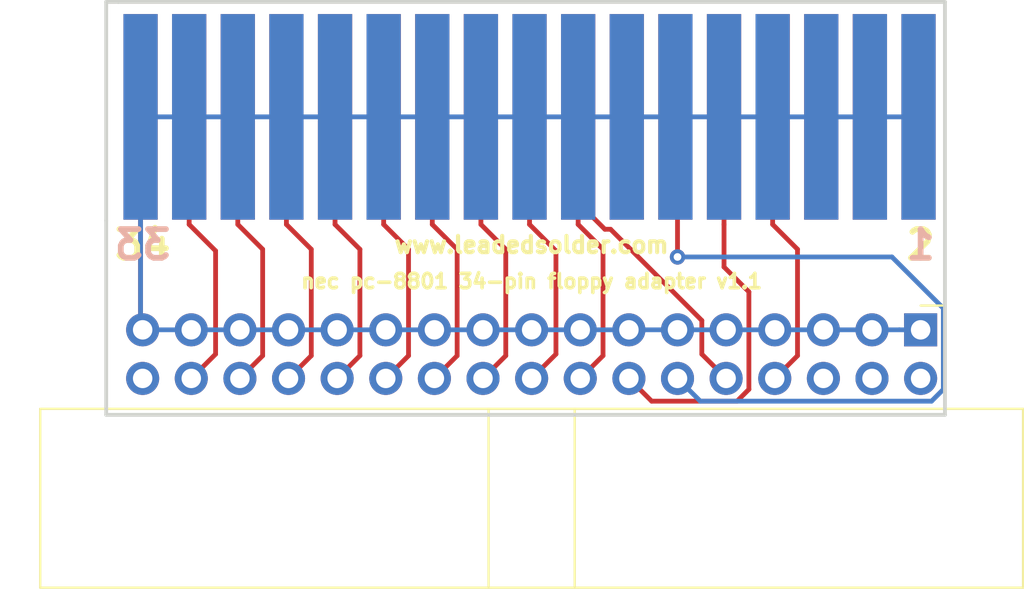
<source format=kicad_pcb>
(kicad_pcb (version 20171130) (host pcbnew "(5.0.0-3-g5ebb6b6)")

  (general
    (thickness 1.6)
    (drawings 12)
    (tracks 70)
    (zones 0)
    (modules 2)
    (nets 22)
  )

  (page A4)
  (layers
    (0 F.Cu signal)
    (31 B.Cu signal)
    (32 B.Adhes user)
    (33 F.Adhes user)
    (34 B.Paste user)
    (35 F.Paste user)
    (36 B.SilkS user)
    (37 F.SilkS user)
    (38 B.Mask user)
    (39 F.Mask user)
    (40 Dwgs.User user)
    (41 Cmts.User user)
    (42 Eco1.User user)
    (43 Eco2.User user)
    (44 Edge.Cuts user)
    (45 Margin user)
    (46 B.CrtYd user)
    (47 F.CrtYd user)
    (48 B.Fab user)
    (49 F.Fab user)
  )

  (setup
    (last_trace_width 0.25)
    (trace_clearance 0.2)
    (zone_clearance 0.508)
    (zone_45_only no)
    (trace_min 0.2)
    (segment_width 0.2)
    (edge_width 0.15)
    (via_size 0.8)
    (via_drill 0.4)
    (via_min_size 0.4)
    (via_min_drill 0.3)
    (uvia_size 0.3)
    (uvia_drill 0.1)
    (uvias_allowed no)
    (uvia_min_size 0.2)
    (uvia_min_drill 0.1)
    (pcb_text_width 0.3)
    (pcb_text_size 1.5 1.5)
    (mod_edge_width 0.15)
    (mod_text_size 1 1)
    (mod_text_width 0.15)
    (pad_size 1.79 10.75)
    (pad_drill 0)
    (pad_to_mask_clearance 0.2)
    (aux_axis_origin 0 0)
    (visible_elements FFFFFF7F)
    (pcbplotparams
      (layerselection 0x010fc_ffffffff)
      (usegerberextensions false)
      (usegerberattributes false)
      (usegerberadvancedattributes false)
      (creategerberjobfile false)
      (excludeedgelayer true)
      (linewidth 0.100000)
      (plotframeref false)
      (viasonmask false)
      (mode 1)
      (useauxorigin false)
      (hpglpennumber 1)
      (hpglpenspeed 20)
      (hpglpendiameter 15.000000)
      (psnegative false)
      (psa4output false)
      (plotreference true)
      (plotvalue true)
      (plotinvisibletext false)
      (padsonsilk false)
      (subtractmaskfromsilk false)
      (outputformat 1)
      (mirror false)
      (drillshape 1)
      (scaleselection 1)
      (outputdirectory ""))
  )

  (net 0 "")
  (net 1 "Net-(N1-Pad2)")
  (net 2 "Net-(N1-Pad4)")
  (net 3 "Net-(N1-Pad6)")
  (net 4 "Net-(G1-Pad8)")
  (net 5 "Net-(G1-Pad14)")
  (net 6 "Net-(G1-Pad12)")
  (net 7 "Net-(N1-Pad14)")
  (net 8 "Net-(G1-Pad10)")
  (net 9 "Net-(G1-Pad18)")
  (net 10 "Net-(G1-Pad20)")
  (net 11 "Net-(G1-Pad22)")
  (net 12 "Net-(G1-Pad24)")
  (net 13 "Net-(G1-Pad26)")
  (net 14 "Net-(G1-Pad28)")
  (net 15 "Net-(G1-Pad30)")
  (net 16 "Net-(G1-Pad32)")
  (net 17 GND)
  (net 18 "Net-(G1-Pad2)")
  (net 19 "Net-(G1-Pad4)")
  (net 20 "Net-(G1-Pad6)")
  (net 21 "Net-(G1-Pad34)")

  (net_class Default "This is the default net class."
    (clearance 0.2)
    (trace_width 0.25)
    (via_dia 0.8)
    (via_drill 0.4)
    (uvia_dia 0.3)
    (uvia_drill 0.1)
    (add_net GND)
    (add_net "Net-(G1-Pad10)")
    (add_net "Net-(G1-Pad12)")
    (add_net "Net-(G1-Pad14)")
    (add_net "Net-(G1-Pad18)")
    (add_net "Net-(G1-Pad2)")
    (add_net "Net-(G1-Pad20)")
    (add_net "Net-(G1-Pad22)")
    (add_net "Net-(G1-Pad24)")
    (add_net "Net-(G1-Pad26)")
    (add_net "Net-(G1-Pad28)")
    (add_net "Net-(G1-Pad30)")
    (add_net "Net-(G1-Pad32)")
    (add_net "Net-(G1-Pad34)")
    (add_net "Net-(G1-Pad4)")
    (add_net "Net-(G1-Pad6)")
    (add_net "Net-(G1-Pad8)")
    (add_net "Net-(N1-Pad14)")
    (add_net "Net-(N1-Pad2)")
    (add_net "Net-(N1-Pad4)")
    (add_net "Net-(N1-Pad6)")
  )

  (module Connector_IDC:IDC-Header_2x17_P2.54mm_Horizontal (layer F.Cu) (tedit 5B875C62) (tstamp 5B87A618)
    (at 198.12 95.25 270)
    (descr "Through hole angled IDC box header, 2x17, 2.54mm pitch, double rows")
    (tags "Through hole IDC box header THT 2x17 2.54mm double row")
    (path /5B735D10)
    (fp_text reference G1 (at 6.105 -6.35 270) (layer F.SilkS) hide
      (effects (font (size 1 1) (thickness 0.15)))
    )
    (fp_text value GOTEK (at 6.105 47.244 270) (layer F.Fab)
      (effects (font (size 1 1) (thickness 0.15)))
    )
    (fp_text user %R (at 8.805 20.32) (layer F.Fab)
      (effects (font (size 1 1) (thickness 0.15)))
    )
    (fp_line (start -0.32 -0.32) (end -0.32 0.32) (layer F.Fab) (width 0.1))
    (fp_line (start -0.32 0.32) (end 4.38 0.32) (layer F.Fab) (width 0.1))
    (fp_line (start -0.32 10.48) (end 4.38 10.48) (layer F.Fab) (width 0.1))
    (fp_line (start -0.32 12.38) (end -0.32 13.02) (layer F.Fab) (width 0.1))
    (fp_line (start -0.32 13.02) (end 4.38 13.02) (layer F.Fab) (width 0.1))
    (fp_line (start -0.32 14.92) (end -0.32 15.56) (layer F.Fab) (width 0.1))
    (fp_line (start -0.32 15.56) (end 4.38 15.56) (layer F.Fab) (width 0.1))
    (fp_line (start -0.32 17.46) (end -0.32 18.1) (layer F.Fab) (width 0.1))
    (fp_line (start -0.32 18.1) (end 4.38 18.1) (layer F.Fab) (width 0.1))
    (fp_line (start -0.32 2.22) (end -0.32 2.86) (layer F.Fab) (width 0.1))
    (fp_line (start -0.32 2.86) (end 4.38 2.86) (layer F.Fab) (width 0.1))
    (fp_line (start -0.32 20) (end -0.32 20.64) (layer F.Fab) (width 0.1))
    (fp_line (start -0.32 20.64) (end 4.38 20.64) (layer F.Fab) (width 0.1))
    (fp_line (start -0.32 22.54) (end -0.32 23.18) (layer F.Fab) (width 0.1))
    (fp_line (start -0.32 23.18) (end 4.38 23.18) (layer F.Fab) (width 0.1))
    (fp_line (start -0.32 25.08) (end -0.32 25.72) (layer F.Fab) (width 0.1))
    (fp_line (start -0.32 25.72) (end 4.38 25.72) (layer F.Fab) (width 0.1))
    (fp_line (start -0.32 27.62) (end -0.32 28.26) (layer F.Fab) (width 0.1))
    (fp_line (start -0.32 28.26) (end 4.38 28.26) (layer F.Fab) (width 0.1))
    (fp_line (start -0.32 30.16) (end -0.32 30.8) (layer F.Fab) (width 0.1))
    (fp_line (start -0.32 30.8) (end 4.38 30.8) (layer F.Fab) (width 0.1))
    (fp_line (start -0.32 32.7) (end -0.32 33.34) (layer F.Fab) (width 0.1))
    (fp_line (start -0.32 33.34) (end 4.38 33.34) (layer F.Fab) (width 0.1))
    (fp_line (start -0.32 35.24) (end -0.32 35.88) (layer F.Fab) (width 0.1))
    (fp_line (start -0.32 35.88) (end 4.38 35.88) (layer F.Fab) (width 0.1))
    (fp_line (start -0.32 37.78) (end -0.32 38.42) (layer F.Fab) (width 0.1))
    (fp_line (start -0.32 38.42) (end 4.38 38.42) (layer F.Fab) (width 0.1))
    (fp_line (start -0.32 4.76) (end -0.32 5.4) (layer F.Fab) (width 0.1))
    (fp_line (start -0.32 40.32) (end -0.32 40.96) (layer F.Fab) (width 0.1))
    (fp_line (start -0.32 40.96) (end 4.38 40.96) (layer F.Fab) (width 0.1))
    (fp_line (start -0.32 5.4) (end 4.38 5.4) (layer F.Fab) (width 0.1))
    (fp_line (start -0.32 7.3) (end -0.32 7.94) (layer F.Fab) (width 0.1))
    (fp_line (start -0.32 7.94) (end 4.38 7.94) (layer F.Fab) (width 0.1))
    (fp_line (start -0.32 9.84) (end -0.32 10.48) (layer F.Fab) (width 0.1))
    (fp_line (start 13.23 45.74) (end 13.23 -5.1) (layer F.Fab) (width 0.1))
    (fp_line (start 4.38 -0.32) (end -0.32 -0.32) (layer F.Fab) (width 0.1))
    (fp_line (start 4.38 -4.1) (end 5.38 -5.1) (layer F.Fab) (width 0.1))
    (fp_line (start 4.38 12.38) (end -0.32 12.38) (layer F.Fab) (width 0.1))
    (fp_line (start 4.38 14.92) (end -0.32 14.92) (layer F.Fab) (width 0.1))
    (fp_line (start 4.38 17.46) (end -0.32 17.46) (layer F.Fab) (width 0.1))
    (fp_line (start 4.38 18.07) (end 13.23 18.07) (layer F.Fab) (width 0.1))
    (fp_line (start 4.38 2.22) (end -0.32 2.22) (layer F.Fab) (width 0.1))
    (fp_line (start 4.38 20) (end -0.32 20) (layer F.Fab) (width 0.1))
    (fp_line (start 4.38 22.54) (end -0.32 22.54) (layer F.Fab) (width 0.1))
    (fp_line (start 4.38 22.57) (end 13.23 22.57) (layer F.Fab) (width 0.1))
    (fp_line (start 4.38 25.08) (end -0.32 25.08) (layer F.Fab) (width 0.1))
    (fp_line (start 4.38 27.62) (end -0.32 27.62) (layer F.Fab) (width 0.1))
    (fp_line (start 4.38 30.16) (end -0.32 30.16) (layer F.Fab) (width 0.1))
    (fp_line (start 4.38 32.7) (end -0.32 32.7) (layer F.Fab) (width 0.1))
    (fp_line (start 4.38 35.24) (end -0.32 35.24) (layer F.Fab) (width 0.1))
    (fp_line (start 4.38 37.78) (end -0.32 37.78) (layer F.Fab) (width 0.1))
    (fp_line (start 4.38 4.76) (end -0.32 4.76) (layer F.Fab) (width 0.1))
    (fp_line (start 4.38 40.32) (end -0.32 40.32) (layer F.Fab) (width 0.1))
    (fp_line (start 4.38 45.74) (end 13.23 45.74) (layer F.Fab) (width 0.1))
    (fp_line (start 4.38 45.74) (end 4.38 -4.1) (layer F.Fab) (width 0.1))
    (fp_line (start 4.38 7.3) (end -0.32 7.3) (layer F.Fab) (width 0.1))
    (fp_line (start 4.38 9.84) (end -0.32 9.84) (layer F.Fab) (width 0.1))
    (fp_line (start 5.38 -5.1) (end 13.23 -5.1) (layer F.Fab) (width 0.1))
    (fp_line (start -1.27 -1.27) (end -1.27 0) (layer F.SilkS) (width 0.12))
    (fp_line (start 0 -1.27) (end -1.27 -1.27) (layer F.SilkS) (width 0.12))
    (fp_line (start 13.48 -5.35) (end 13.48 45.99) (layer F.SilkS) (width 0.12))
    (fp_line (start 4.13 -5.35) (end 13.48 -5.35) (layer F.SilkS) (width 0.12))
    (fp_line (start 4.13 18.07) (end 13.48 18.07) (layer F.SilkS) (width 0.12))
    (fp_line (start 4.13 22.57) (end 13.48 22.57) (layer F.SilkS) (width 0.12))
    (fp_line (start 4.13 45.99) (end 13.48 45.99) (layer F.SilkS) (width 0.12))
    (fp_line (start 4.13 45.99) (end 4.13 -5.35) (layer F.SilkS) (width 0.12))
    (fp_line (start -1.12 -5.35) (end 13.48 -5.35) (layer F.CrtYd) (width 0.05))
    (fp_line (start -1.12 45.99) (end -1.12 -5.35) (layer F.CrtYd) (width 0.05))
    (fp_line (start 13.48 -5.35) (end 13.48 45.99) (layer F.CrtYd) (width 0.05))
    (fp_line (start 13.48 45.99) (end -1.12 45.99) (layer F.CrtYd) (width 0.05))
    (pad 1 thru_hole rect (at 0 0 270) (size 1.7272 1.7272) (drill 1.016) (layers *.Cu *.Mask)
      (net 17 GND))
    (pad 2 thru_hole oval (at 2.54 0 270) (size 1.7272 1.7272) (drill 1.016) (layers *.Cu *.Mask)
      (net 18 "Net-(G1-Pad2)"))
    (pad 3 thru_hole oval (at 0 2.54 270) (size 1.7272 1.7272) (drill 1.016) (layers *.Cu *.Mask)
      (net 17 GND))
    (pad 4 thru_hole oval (at 2.54 2.54 270) (size 1.7272 1.7272) (drill 1.016) (layers *.Cu *.Mask)
      (net 19 "Net-(G1-Pad4)"))
    (pad 5 thru_hole oval (at 0 5.08 270) (size 1.7272 1.7272) (drill 1.016) (layers *.Cu *.Mask)
      (net 17 GND))
    (pad 6 thru_hole oval (at 2.54 5.08 270) (size 1.7272 1.7272) (drill 1.016) (layers *.Cu *.Mask)
      (net 20 "Net-(G1-Pad6)"))
    (pad 7 thru_hole oval (at 0 7.62 270) (size 1.7272 1.7272) (drill 1.016) (layers *.Cu *.Mask)
      (net 17 GND))
    (pad 8 thru_hole oval (at 2.54 7.62 270) (size 1.7272 1.7272) (drill 1.016) (layers *.Cu *.Mask)
      (net 4 "Net-(G1-Pad8)"))
    (pad 9 thru_hole oval (at 0 10.16 270) (size 1.7272 1.7272) (drill 1.016) (layers *.Cu *.Mask)
      (net 17 GND))
    (pad 10 thru_hole oval (at 2.54 10.16 270) (size 1.7272 1.7272) (drill 1.016) (layers *.Cu *.Mask)
      (net 8 "Net-(G1-Pad10)"))
    (pad 11 thru_hole oval (at 0 12.7 270) (size 1.7272 1.7272) (drill 1.016) (layers *.Cu *.Mask)
      (net 17 GND))
    (pad 12 thru_hole oval (at 2.54 12.7 270) (size 1.7272 1.7272) (drill 1.016) (layers *.Cu *.Mask)
      (net 6 "Net-(G1-Pad12)"))
    (pad 13 thru_hole oval (at 0 15.24 270) (size 1.7272 1.7272) (drill 1.016) (layers *.Cu *.Mask)
      (net 17 GND))
    (pad 14 thru_hole oval (at 2.54 15.24 270) (size 1.7272 1.7272) (drill 1.016) (layers *.Cu *.Mask)
      (net 5 "Net-(G1-Pad14)"))
    (pad 15 thru_hole oval (at 0 17.78 270) (size 1.7272 1.7272) (drill 1.016) (layers *.Cu *.Mask)
      (net 17 GND))
    (pad 16 thru_hole oval (at 2.54 17.78 270) (size 1.7272 1.7272) (drill 1.016) (layers *.Cu *.Mask)
      (net 8 "Net-(G1-Pad10)"))
    (pad 17 thru_hole oval (at 0 20.32 270) (size 1.7272 1.7272) (drill 1.016) (layers *.Cu *.Mask)
      (net 17 GND))
    (pad 18 thru_hole oval (at 2.54 20.32 270) (size 1.7272 1.7272) (drill 1.016) (layers *.Cu *.Mask)
      (net 9 "Net-(G1-Pad18)"))
    (pad 19 thru_hole oval (at 0 22.86 270) (size 1.7272 1.7272) (drill 1.016) (layers *.Cu *.Mask)
      (net 17 GND))
    (pad 20 thru_hole oval (at 2.54 22.86 270) (size 1.7272 1.7272) (drill 1.016) (layers *.Cu *.Mask)
      (net 10 "Net-(G1-Pad20)"))
    (pad 21 thru_hole oval (at 0 25.4 270) (size 1.7272 1.7272) (drill 1.016) (layers *.Cu *.Mask)
      (net 17 GND))
    (pad 22 thru_hole oval (at 2.54 25.4 270) (size 1.7272 1.7272) (drill 1.016) (layers *.Cu *.Mask)
      (net 11 "Net-(G1-Pad22)"))
    (pad 23 thru_hole oval (at 0 27.94 270) (size 1.7272 1.7272) (drill 1.016) (layers *.Cu *.Mask)
      (net 17 GND))
    (pad 24 thru_hole oval (at 2.54 27.94 270) (size 1.7272 1.7272) (drill 1.016) (layers *.Cu *.Mask)
      (net 12 "Net-(G1-Pad24)"))
    (pad 25 thru_hole oval (at 0 30.48 270) (size 1.7272 1.7272) (drill 1.016) (layers *.Cu *.Mask)
      (net 17 GND))
    (pad 26 thru_hole oval (at 2.54 30.48 270) (size 1.7272 1.7272) (drill 1.016) (layers *.Cu *.Mask)
      (net 13 "Net-(G1-Pad26)"))
    (pad 27 thru_hole oval (at 0 33.02 270) (size 1.7272 1.7272) (drill 1.016) (layers *.Cu *.Mask)
      (net 17 GND))
    (pad 28 thru_hole oval (at 2.54 33.02 270) (size 1.7272 1.7272) (drill 1.016) (layers *.Cu *.Mask)
      (net 14 "Net-(G1-Pad28)"))
    (pad 29 thru_hole oval (at 0 35.56 270) (size 1.7272 1.7272) (drill 1.016) (layers *.Cu *.Mask)
      (net 17 GND))
    (pad 30 thru_hole oval (at 2.54 35.56 270) (size 1.7272 1.7272) (drill 1.016) (layers *.Cu *.Mask)
      (net 15 "Net-(G1-Pad30)"))
    (pad 31 thru_hole oval (at 0 38.1 270) (size 1.7272 1.7272) (drill 1.016) (layers *.Cu *.Mask)
      (net 17 GND))
    (pad 32 thru_hole oval (at 2.54 38.1 270) (size 1.7272 1.7272) (drill 1.016) (layers *.Cu *.Mask)
      (net 16 "Net-(G1-Pad32)"))
    (pad 33 thru_hole oval (at 0 40.64 270) (size 1.7272 1.7272) (drill 1.016) (layers *.Cu *.Mask)
      (net 17 GND))
    (pad 34 thru_hole oval (at 2.54 40.64 270) (size 1.7272 1.7272) (drill 1.016) (layers *.Cu *.Mask)
      (net 21 "Net-(G1-Pad34)"))
    (model ${KISYS3DMOD}/Connector_IDC.3dshapes/IDC-Header_2x17_P2.54mm_Horizontal.wrl
      (at (xyz 0 0 0))
      (scale (xyz 1 1 1))
      (rotate (xyz 0 0 0))
    )
  )

  (module FloppyBits:525_male_edge (layer F.Cu) (tedit 5B875C5E) (tstamp 5B87A5AB)
    (at 177.69 86.655)
    (tags floppy)
    (path /5B735DBD)
    (attr smd)
    (fp_text reference N1 (at 0 6.5) (layer F.SilkS) hide
      (effects (font (size 1 1) (thickness 0.15)))
    )
    (fp_text value "5.25 Floppy Edge Connector" (at 0 5.5) (layer F.Fab)
      (effects (font (size 1 1) (thickness 0.15)))
    )
    (pad 2 smd rect (at 20.32 -2.54) (size 1.79 10.75) (layers F.Cu F.Paste F.Mask)
      (net 1 "Net-(N1-Pad2)") (clearance 0.375))
    (pad 4 smd rect (at 17.78 -2.54) (size 1.79 10.75) (layers F.Cu F.Paste F.Mask)
      (net 2 "Net-(N1-Pad4)") (clearance 0.375))
    (pad 6 smd rect (at 15.24 -2.54) (size 1.79 10.75) (layers F.Cu F.Paste F.Mask)
      (net 3 "Net-(N1-Pad6)") (clearance 0.375))
    (pad 8 smd rect (at 12.7 -2.54) (size 1.79 10.75) (layers F.Cu F.Paste F.Mask)
      (net 4 "Net-(G1-Pad8)") (clearance 0.375))
    (pad 10 smd rect (at 10.16 -2.54) (size 1.79 10.75) (layers F.Cu F.Paste F.Mask)
      (net 5 "Net-(G1-Pad14)") (clearance 0.375))
    (pad 12 smd rect (at 7.62 -2.54) (size 1.79 10.75) (layers F.Cu F.Paste F.Mask)
      (net 6 "Net-(G1-Pad12)") (clearance 0.375))
    (pad 14 smd rect (at 5.08 -2.54) (size 1.79 10.75) (layers F.Cu F.Paste F.Mask)
      (net 7 "Net-(N1-Pad14)") (clearance 0.375))
    (pad 16 smd rect (at 2.54 -2.54) (size 1.79 10.75) (layers F.Cu F.Paste F.Mask)
      (net 8 "Net-(G1-Pad10)") (clearance 0.375))
    (pad 18 smd rect (at 0 -2.54) (size 1.79 10.75) (layers F.Cu F.Paste F.Mask)
      (net 9 "Net-(G1-Pad18)") (clearance 0.375))
    (pad 20 smd rect (at -2.54 -2.54) (size 1.79 10.75) (layers F.Cu F.Paste F.Mask)
      (net 10 "Net-(G1-Pad20)") (clearance 0.375))
    (pad 22 smd rect (at -5.08 -2.54) (size 1.79 10.75) (layers F.Cu F.Paste F.Mask)
      (net 11 "Net-(G1-Pad22)") (clearance 0.375))
    (pad 24 smd rect (at -7.62 -2.54) (size 1.79 10.75) (layers F.Cu F.Paste F.Mask)
      (net 12 "Net-(G1-Pad24)") (clearance 0.375))
    (pad 26 smd rect (at -10.16 -2.54) (size 1.79 10.75) (layers F.Cu F.Paste F.Mask)
      (net 13 "Net-(G1-Pad26)") (clearance 0.375))
    (pad 28 smd rect (at -12.7 -2.54) (size 1.79 10.75) (layers F.Cu F.Paste F.Mask)
      (net 14 "Net-(G1-Pad28)") (clearance 0.375))
    (pad 30 smd rect (at -15.24 -2.54) (size 1.79 10.75) (layers F.Cu F.Paste F.Mask)
      (net 15 "Net-(G1-Pad30)") (clearance 0.375))
    (pad 32 smd rect (at -17.78 -2.54) (size 1.79 10.75) (layers F.Cu F.Paste F.Mask)
      (net 16 "Net-(G1-Pad32)") (clearance 0.375))
    (pad 34 smd rect (at -20.32 -2.54) (size 1.79 10.75) (layers F.Cu F.Paste F.Mask)
      (net 17 GND) (clearance 0.375))
    (pad 1 smd rect (at 20.32 -2.54) (size 1.79 10.75) (layers B.Cu B.Paste B.Mask)
      (net 17 GND) (clearance 0.375))
    (pad 3 smd rect (at 17.78 -2.54) (size 1.79 10.75) (layers B.Cu B.Paste B.Mask)
      (net 17 GND) (clearance 0.375))
    (pad 5 smd rect (at 15.24 -2.54) (size 1.79 10.75) (layers B.Cu B.Paste B.Mask)
      (net 17 GND) (clearance 0.375))
    (pad 7 smd rect (at 12.7 -2.54) (size 1.79 10.75) (layers B.Cu B.Paste B.Mask)
      (net 17 GND) (clearance 0.375))
    (pad 9 smd rect (at 10.16 -2.54) (size 1.79 10.75) (layers B.Cu B.Paste B.Mask)
      (net 17 GND) (clearance 0.375))
    (pad 11 smd rect (at 7.62 -2.54) (size 1.79 10.75) (layers B.Cu B.Paste B.Mask)
      (net 17 GND) (clearance 0.375))
    (pad 13 smd rect (at 5.08 -2.54) (size 1.79 10.75) (layers B.Cu B.Paste B.Mask)
      (net 17 GND) (clearance 0.375))
    (pad 15 smd rect (at 2.54 -2.54) (size 1.79 10.75) (layers B.Cu B.Paste B.Mask)
      (net 17 GND) (clearance 0.375))
    (pad 17 smd rect (at 0 -2.54) (size 1.79 10.75) (layers B.Cu B.Paste B.Mask)
      (net 17 GND) (clearance 0.375))
    (pad 19 smd rect (at -2.54 -2.54) (size 1.79 10.75) (layers B.Cu B.Paste B.Mask)
      (net 17 GND) (clearance 0.375))
    (pad 21 smd rect (at -5.08 -2.54) (size 1.79 10.75) (layers B.Cu B.Paste B.Mask)
      (net 17 GND) (clearance 0.375))
    (pad 23 smd rect (at -7.62 -2.54) (size 1.79 10.75) (layers B.Cu B.Paste B.Mask)
      (net 17 GND) (clearance 0.375))
    (pad 25 smd rect (at -10.16 -2.54) (size 1.79 10.75) (layers B.Cu B.Paste B.Mask)
      (net 17 GND) (clearance 0.375))
    (pad 27 smd rect (at -12.7 -2.54) (size 1.79 10.75) (layers B.Cu B.Paste B.Mask)
      (net 17 GND) (clearance 0.375))
    (pad 29 smd rect (at -15.24 -2.54) (size 1.79 10.75) (layers B.Cu B.Paste B.Mask)
      (net 17 GND) (clearance 0.375))
    (pad 31 smd rect (at -17.78 -2.54) (size 1.79 10.75) (layers B.Cu B.Paste B.Mask)
      (net 17 GND) (clearance 0.375))
    (pad 33 smd rect (at -20.32 -2.54) (size 1.79 10.75) (layers B.Cu B.Paste B.Mask)
      (net 17 GND) (clearance 0.375))
  )

  (gr_text 33 (at 157.48 90.805) (layer B.SilkS)
    (effects (font (size 1.5 1.5) (thickness 0.3)) (justify mirror))
  )
  (gr_text 1 (at 198.12 90.805) (layer B.SilkS)
    (effects (font (size 1.5 1.5) (thickness 0.3)) (justify mirror))
  )
  (gr_text 34 (at 157.48 90.805) (layer F.SilkS)
    (effects (font (size 1.5 1.5) (thickness 0.3)))
  )
  (gr_text 2 (at 198.12 90.805) (layer F.SilkS)
    (effects (font (size 1.5 1.5) (thickness 0.3)))
  )
  (gr_text www.leadedsolder.com (at 177.8 90.805) (layer F.SilkS)
    (effects (font (size 0.85 0.85) (thickness 0.2125)))
  )
  (gr_text "nec pc-8801 34-pin floppy adapter v1.1" (at 177.8 92.71) (layer F.SilkS)
    (effects (font (size 0.75 0.75) (thickness 0.1875)))
  )
  (gr_line (start 199.39 99.695) (end 199.39 78.105) (layer Edge.Cuts) (width 0.2))
  (gr_line (start 155.575 99.695) (end 199.39 99.695) (layer Edge.Cuts) (width 0.2))
  (gr_line (start 155.575 89.535) (end 155.575 99.695) (layer Edge.Cuts) (width 0.2))
  (gr_line (start 155.575 78.105) (end 155.575 89.535) (layer Edge.Cuts) (width 0.2))
  (gr_line (start 156.21 78.105) (end 155.575 78.105) (layer Edge.Cuts) (width 0.2))
  (gr_line (start 199.39 78.105) (end 156.21 78.105) (layer Edge.Cuts) (width 0.2))

  (segment (start 190.39 89.74) (end 190.39 84.115) (width 0.25) (layer F.Cu) (net 4))
  (segment (start 191.688601 91.038601) (end 190.39 89.74) (width 0.25) (layer F.Cu) (net 4))
  (segment (start 191.688601 96.601399) (end 191.688601 91.038601) (width 0.25) (layer F.Cu) (net 4))
  (segment (start 190.5 97.79) (end 191.688601 96.601399) (width 0.25) (layer F.Cu) (net 4))
  (segment (start 187.85 89.74) (end 187.85 84.115) (width 0.25) (layer F.Cu) (net 5))
  (segment (start 187.85 91.965) (end 187.85 89.74) (width 0.25) (layer F.Cu) (net 5))
  (segment (start 189.148601 93.263601) (end 187.85 91.965) (width 0.25) (layer F.Cu) (net 5))
  (segment (start 189.148601 98.360529) (end 189.148601 93.263601) (width 0.25) (layer F.Cu) (net 5))
  (segment (start 188.530529 98.978601) (end 189.148601 98.360529) (width 0.25) (layer F.Cu) (net 5))
  (segment (start 184.068601 98.978601) (end 188.530529 98.978601) (width 0.25) (layer F.Cu) (net 5))
  (segment (start 182.88 97.79) (end 184.068601 98.978601) (width 0.25) (layer F.Cu) (net 5))
  (segment (start 198.690529 98.978601) (end 199.308601 98.360529) (width 0.25) (layer B.Cu) (net 6))
  (segment (start 199.308601 94.126399) (end 196.622202 91.44) (width 0.25) (layer B.Cu) (net 6))
  (segment (start 199.308601 98.360529) (end 199.308601 94.126399) (width 0.25) (layer B.Cu) (net 6))
  (segment (start 186.608601 98.978601) (end 198.690529 98.978601) (width 0.25) (layer B.Cu) (net 6))
  (segment (start 185.42 97.79) (end 186.608601 98.978601) (width 0.25) (layer B.Cu) (net 6))
  (segment (start 196.622202 91.44) (end 185.42 91.44) (width 0.25) (layer B.Cu) (net 6))
  (segment (start 185.42 91.44) (end 185.42 91.44) (width 0.25) (layer B.Cu) (net 6) (tstamp 5B87AA18))
  (via (at 185.42 91.44) (size 0.8) (drill 0.4) (layers F.Cu B.Cu) (net 6))
  (segment (start 185.42 84.225) (end 185.31 84.115) (width 0.25) (layer F.Cu) (net 6))
  (segment (start 185.42 91.44) (end 185.42 84.225) (width 0.25) (layer F.Cu) (net 6))
  (segment (start 181.625001 89.990001) (end 180.23 88.595) (width 0.25) (layer F.Cu) (net 8))
  (segment (start 186.69 94.76087) (end 181.919131 89.990001) (width 0.25) (layer F.Cu) (net 8))
  (segment (start 180.23 88.595) (end 180.23 84.115) (width 0.25) (layer F.Cu) (net 8))
  (segment (start 186.69 96.52) (end 186.69 94.76087) (width 0.25) (layer F.Cu) (net 8))
  (segment (start 181.919131 89.990001) (end 181.625001 89.990001) (width 0.25) (layer F.Cu) (net 8))
  (segment (start 187.96 97.79) (end 186.69 96.52) (width 0.25) (layer F.Cu) (net 8))
  (segment (start 181.528601 91.038601) (end 180.23 89.74) (width 0.25) (layer F.Cu) (net 8))
  (segment (start 180.23 89.74) (end 180.23 84.115) (width 0.25) (layer F.Cu) (net 8))
  (segment (start 181.528601 96.601399) (end 181.528601 91.038601) (width 0.25) (layer F.Cu) (net 8))
  (segment (start 180.34 97.79) (end 181.528601 96.601399) (width 0.25) (layer F.Cu) (net 8))
  (segment (start 179.07 91.12) (end 177.69 89.74) (width 0.25) (layer F.Cu) (net 9))
  (segment (start 177.69 89.74) (end 177.69 84.115) (width 0.25) (layer F.Cu) (net 9))
  (segment (start 179.07 96.52) (end 179.07 91.12) (width 0.25) (layer F.Cu) (net 9))
  (segment (start 177.8 97.79) (end 179.07 96.52) (width 0.25) (layer F.Cu) (net 9))
  (segment (start 176.448601 91.038601) (end 175.15 89.74) (width 0.25) (layer F.Cu) (net 10))
  (segment (start 175.15 89.74) (end 175.15 84.115) (width 0.25) (layer F.Cu) (net 10))
  (segment (start 176.448601 96.601399) (end 176.448601 91.038601) (width 0.25) (layer F.Cu) (net 10))
  (segment (start 175.26 97.79) (end 176.448601 96.601399) (width 0.25) (layer F.Cu) (net 10))
  (segment (start 172.61 89.74) (end 172.61 84.115) (width 0.25) (layer F.Cu) (net 11))
  (segment (start 173.908601 91.038601) (end 172.61 89.74) (width 0.25) (layer F.Cu) (net 11))
  (segment (start 173.908601 96.601399) (end 173.908601 91.038601) (width 0.25) (layer F.Cu) (net 11))
  (segment (start 172.72 97.79) (end 173.908601 96.601399) (width 0.25) (layer F.Cu) (net 11))
  (segment (start 170.07 89.74) (end 170.07 84.115) (width 0.25) (layer F.Cu) (net 12))
  (segment (start 171.368601 96.601399) (end 171.368601 91.038601) (width 0.25) (layer F.Cu) (net 12))
  (segment (start 171.368601 91.038601) (end 170.07 89.74) (width 0.25) (layer F.Cu) (net 12))
  (segment (start 170.18 97.79) (end 171.368601 96.601399) (width 0.25) (layer F.Cu) (net 12))
  (segment (start 167.53 89.74) (end 167.53 84.115) (width 0.25) (layer F.Cu) (net 13))
  (segment (start 168.828601 91.038601) (end 167.53 89.74) (width 0.25) (layer F.Cu) (net 13))
  (segment (start 168.828601 96.601399) (end 168.828601 91.038601) (width 0.25) (layer F.Cu) (net 13))
  (segment (start 167.64 97.79) (end 168.828601 96.601399) (width 0.25) (layer F.Cu) (net 13))
  (segment (start 164.99 89.74) (end 164.99 84.115) (width 0.25) (layer F.Cu) (net 14))
  (segment (start 166.288601 96.601399) (end 166.288601 91.038601) (width 0.25) (layer F.Cu) (net 14))
  (segment (start 166.288601 91.038601) (end 164.99 89.74) (width 0.25) (layer F.Cu) (net 14))
  (segment (start 165.1 97.79) (end 166.288601 96.601399) (width 0.25) (layer F.Cu) (net 14))
  (segment (start 163.748601 91.038601) (end 162.45 89.74) (width 0.25) (layer F.Cu) (net 15))
  (segment (start 162.45 89.74) (end 162.45 84.115) (width 0.25) (layer F.Cu) (net 15))
  (segment (start 163.748601 96.601399) (end 163.748601 91.038601) (width 0.25) (layer F.Cu) (net 15))
  (segment (start 162.56 97.79) (end 163.748601 96.601399) (width 0.25) (layer F.Cu) (net 15))
  (segment (start 161.29 91.12) (end 159.91 89.74) (width 0.25) (layer F.Cu) (net 16))
  (segment (start 161.29 96.52) (end 161.29 91.12) (width 0.25) (layer F.Cu) (net 16))
  (segment (start 159.91 89.74) (end 159.91 84.115) (width 0.25) (layer F.Cu) (net 16))
  (segment (start 160.02 97.79) (end 161.29 96.52) (width 0.25) (layer F.Cu) (net 16))
  (segment (start 157.37 84.115) (end 198.01 84.115) (width 0.25) (layer B.Cu) (net 17))
  (segment (start 197.0064 95.25) (end 157.48 95.25) (width 0.25) (layer B.Cu) (net 17))
  (segment (start 198.12 95.25) (end 197.0064 95.25) (width 0.25) (layer B.Cu) (net 17))
  (segment (start 157.37 95.14) (end 157.48 95.25) (width 0.25) (layer F.Cu) (net 17))
  (segment (start 157.37 84.115) (end 157.37 95.14) (width 0.25) (layer F.Cu) (net 17))
  (segment (start 157.37 95.14) (end 157.48 95.25) (width 0.25) (layer B.Cu) (net 17))
  (segment (start 157.37 84.115) (end 157.37 95.14) (width 0.25) (layer B.Cu) (net 17))

)

</source>
